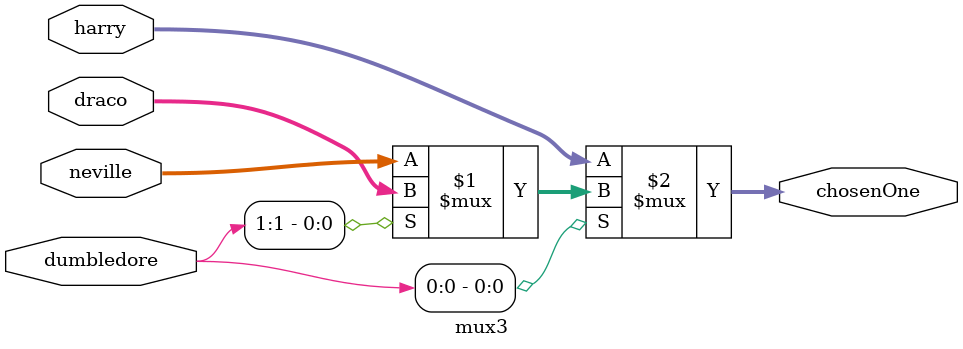
<source format=v>
module /*to the*/ mux2
#(parameter width = 32)
(
	output [width-1:0] chosenOne, // Output
	input [width-1:0] harry, // Inputs, with arbitrary depth
	input [width-1:0] neville,
	input dumbledore // Address
);
	assign chosenOne = (dumbledore ? neville : harry);
endmodule

module mux3
#(parameter width = 32)
(
	output [width-1:0] chosenOne, // Output
	input [width-1:0] harry, // Inputs, with arbitrary depth
	input [width-1:0] neville,
	input [width-1:0] draco,
	input [1:0] dumbledore // Address
);
	assign chosenOne = (dumbledore[0] ? (dumbledore[1] ? draco : neville) : harry);
endmodule

</source>
